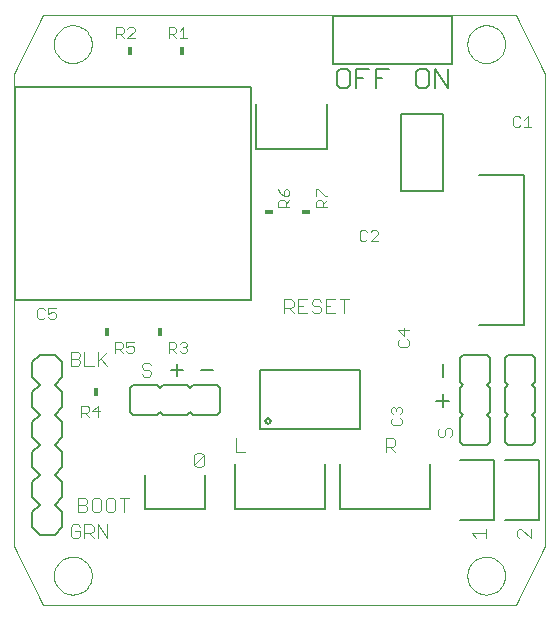
<source format=gto>
G75*
%MOIN*%
%OFA0B0*%
%FSLAX24Y24*%
%IPPOS*%
%LPD*%
%AMOC8*
5,1,8,0,0,1.08239X$1,22.5*
%
%ADD10C,0.0000*%
%ADD11C,0.0040*%
%ADD12C,0.0050*%
%ADD13C,0.0060*%
%ADD14C,0.0080*%
%ADD15C,0.0030*%
%ADD16R,0.0180X0.0300*%
%ADD17R,0.0300X0.0180*%
D10*
X001699Y000307D02*
X000714Y002276D01*
X000714Y018024D01*
X001699Y019993D01*
X017447Y019993D01*
X018431Y018024D01*
X018431Y002276D01*
X017447Y000307D01*
X001699Y000307D01*
X002053Y001292D02*
X002055Y001342D01*
X002061Y001392D01*
X002071Y001441D01*
X002085Y001489D01*
X002102Y001536D01*
X002123Y001581D01*
X002148Y001625D01*
X002176Y001666D01*
X002208Y001705D01*
X002242Y001742D01*
X002279Y001776D01*
X002319Y001806D01*
X002361Y001833D01*
X002405Y001857D01*
X002451Y001878D01*
X002498Y001894D01*
X002546Y001907D01*
X002596Y001916D01*
X002645Y001921D01*
X002696Y001922D01*
X002746Y001919D01*
X002795Y001912D01*
X002844Y001901D01*
X002892Y001886D01*
X002938Y001868D01*
X002983Y001846D01*
X003026Y001820D01*
X003067Y001791D01*
X003106Y001759D01*
X003142Y001724D01*
X003174Y001686D01*
X003204Y001646D01*
X003231Y001603D01*
X003254Y001559D01*
X003273Y001513D01*
X003289Y001465D01*
X003301Y001416D01*
X003309Y001367D01*
X003313Y001317D01*
X003313Y001267D01*
X003309Y001217D01*
X003301Y001168D01*
X003289Y001119D01*
X003273Y001071D01*
X003254Y001025D01*
X003231Y000981D01*
X003204Y000938D01*
X003174Y000898D01*
X003142Y000860D01*
X003106Y000825D01*
X003067Y000793D01*
X003026Y000764D01*
X002983Y000738D01*
X002938Y000716D01*
X002892Y000698D01*
X002844Y000683D01*
X002795Y000672D01*
X002746Y000665D01*
X002696Y000662D01*
X002645Y000663D01*
X002596Y000668D01*
X002546Y000677D01*
X002498Y000690D01*
X002451Y000706D01*
X002405Y000727D01*
X002361Y000751D01*
X002319Y000778D01*
X002279Y000808D01*
X002242Y000842D01*
X002208Y000879D01*
X002176Y000918D01*
X002148Y000959D01*
X002123Y001003D01*
X002102Y001048D01*
X002085Y001095D01*
X002071Y001143D01*
X002061Y001192D01*
X002055Y001242D01*
X002053Y001292D01*
X015832Y001292D02*
X015834Y001342D01*
X015840Y001392D01*
X015850Y001441D01*
X015864Y001489D01*
X015881Y001536D01*
X015902Y001581D01*
X015927Y001625D01*
X015955Y001666D01*
X015987Y001705D01*
X016021Y001742D01*
X016058Y001776D01*
X016098Y001806D01*
X016140Y001833D01*
X016184Y001857D01*
X016230Y001878D01*
X016277Y001894D01*
X016325Y001907D01*
X016375Y001916D01*
X016424Y001921D01*
X016475Y001922D01*
X016525Y001919D01*
X016574Y001912D01*
X016623Y001901D01*
X016671Y001886D01*
X016717Y001868D01*
X016762Y001846D01*
X016805Y001820D01*
X016846Y001791D01*
X016885Y001759D01*
X016921Y001724D01*
X016953Y001686D01*
X016983Y001646D01*
X017010Y001603D01*
X017033Y001559D01*
X017052Y001513D01*
X017068Y001465D01*
X017080Y001416D01*
X017088Y001367D01*
X017092Y001317D01*
X017092Y001267D01*
X017088Y001217D01*
X017080Y001168D01*
X017068Y001119D01*
X017052Y001071D01*
X017033Y001025D01*
X017010Y000981D01*
X016983Y000938D01*
X016953Y000898D01*
X016921Y000860D01*
X016885Y000825D01*
X016846Y000793D01*
X016805Y000764D01*
X016762Y000738D01*
X016717Y000716D01*
X016671Y000698D01*
X016623Y000683D01*
X016574Y000672D01*
X016525Y000665D01*
X016475Y000662D01*
X016424Y000663D01*
X016375Y000668D01*
X016325Y000677D01*
X016277Y000690D01*
X016230Y000706D01*
X016184Y000727D01*
X016140Y000751D01*
X016098Y000778D01*
X016058Y000808D01*
X016021Y000842D01*
X015987Y000879D01*
X015955Y000918D01*
X015927Y000959D01*
X015902Y001003D01*
X015881Y001048D01*
X015864Y001095D01*
X015850Y001143D01*
X015840Y001192D01*
X015834Y001242D01*
X015832Y001292D01*
X015832Y019008D02*
X015834Y019058D01*
X015840Y019108D01*
X015850Y019157D01*
X015864Y019205D01*
X015881Y019252D01*
X015902Y019297D01*
X015927Y019341D01*
X015955Y019382D01*
X015987Y019421D01*
X016021Y019458D01*
X016058Y019492D01*
X016098Y019522D01*
X016140Y019549D01*
X016184Y019573D01*
X016230Y019594D01*
X016277Y019610D01*
X016325Y019623D01*
X016375Y019632D01*
X016424Y019637D01*
X016475Y019638D01*
X016525Y019635D01*
X016574Y019628D01*
X016623Y019617D01*
X016671Y019602D01*
X016717Y019584D01*
X016762Y019562D01*
X016805Y019536D01*
X016846Y019507D01*
X016885Y019475D01*
X016921Y019440D01*
X016953Y019402D01*
X016983Y019362D01*
X017010Y019319D01*
X017033Y019275D01*
X017052Y019229D01*
X017068Y019181D01*
X017080Y019132D01*
X017088Y019083D01*
X017092Y019033D01*
X017092Y018983D01*
X017088Y018933D01*
X017080Y018884D01*
X017068Y018835D01*
X017052Y018787D01*
X017033Y018741D01*
X017010Y018697D01*
X016983Y018654D01*
X016953Y018614D01*
X016921Y018576D01*
X016885Y018541D01*
X016846Y018509D01*
X016805Y018480D01*
X016762Y018454D01*
X016717Y018432D01*
X016671Y018414D01*
X016623Y018399D01*
X016574Y018388D01*
X016525Y018381D01*
X016475Y018378D01*
X016424Y018379D01*
X016375Y018384D01*
X016325Y018393D01*
X016277Y018406D01*
X016230Y018422D01*
X016184Y018443D01*
X016140Y018467D01*
X016098Y018494D01*
X016058Y018524D01*
X016021Y018558D01*
X015987Y018595D01*
X015955Y018634D01*
X015927Y018675D01*
X015902Y018719D01*
X015881Y018764D01*
X015864Y018811D01*
X015850Y018859D01*
X015840Y018908D01*
X015834Y018958D01*
X015832Y019008D01*
X002053Y019008D02*
X002055Y019058D01*
X002061Y019108D01*
X002071Y019157D01*
X002085Y019205D01*
X002102Y019252D01*
X002123Y019297D01*
X002148Y019341D01*
X002176Y019382D01*
X002208Y019421D01*
X002242Y019458D01*
X002279Y019492D01*
X002319Y019522D01*
X002361Y019549D01*
X002405Y019573D01*
X002451Y019594D01*
X002498Y019610D01*
X002546Y019623D01*
X002596Y019632D01*
X002645Y019637D01*
X002696Y019638D01*
X002746Y019635D01*
X002795Y019628D01*
X002844Y019617D01*
X002892Y019602D01*
X002938Y019584D01*
X002983Y019562D01*
X003026Y019536D01*
X003067Y019507D01*
X003106Y019475D01*
X003142Y019440D01*
X003174Y019402D01*
X003204Y019362D01*
X003231Y019319D01*
X003254Y019275D01*
X003273Y019229D01*
X003289Y019181D01*
X003301Y019132D01*
X003309Y019083D01*
X003313Y019033D01*
X003313Y018983D01*
X003309Y018933D01*
X003301Y018884D01*
X003289Y018835D01*
X003273Y018787D01*
X003254Y018741D01*
X003231Y018697D01*
X003204Y018654D01*
X003174Y018614D01*
X003142Y018576D01*
X003106Y018541D01*
X003067Y018509D01*
X003026Y018480D01*
X002983Y018454D01*
X002938Y018432D01*
X002892Y018414D01*
X002844Y018399D01*
X002795Y018388D01*
X002746Y018381D01*
X002696Y018378D01*
X002645Y018379D01*
X002596Y018384D01*
X002546Y018393D01*
X002498Y018406D01*
X002451Y018422D01*
X002405Y018443D01*
X002361Y018467D01*
X002319Y018494D01*
X002279Y018524D01*
X002242Y018558D01*
X002208Y018595D01*
X002176Y018634D01*
X002148Y018675D01*
X002123Y018719D01*
X002102Y018764D01*
X002085Y018811D01*
X002071Y018859D01*
X002061Y018908D01*
X002055Y018958D01*
X002053Y019008D01*
D11*
X009733Y010505D02*
X009964Y010505D01*
X010040Y010429D01*
X010040Y010275D01*
X009964Y010198D01*
X009733Y010198D01*
X009733Y010045D02*
X009733Y010505D01*
X009887Y010198D02*
X010040Y010045D01*
X010194Y010045D02*
X010501Y010045D01*
X010654Y010122D02*
X010731Y010045D01*
X010884Y010045D01*
X010961Y010122D01*
X010961Y010198D01*
X010884Y010275D01*
X010731Y010275D01*
X010654Y010352D01*
X010654Y010429D01*
X010731Y010505D01*
X010884Y010505D01*
X010961Y010429D01*
X011115Y010505D02*
X011115Y010045D01*
X011422Y010045D01*
X011268Y010275D02*
X011115Y010275D01*
X011115Y010505D02*
X011422Y010505D01*
X011575Y010505D02*
X011882Y010505D01*
X011728Y010505D02*
X011728Y010045D01*
X010501Y010505D02*
X010194Y010505D01*
X010194Y010045D01*
X010194Y010275D02*
X010347Y010275D01*
X008108Y005880D02*
X008108Y005420D01*
X008415Y005420D01*
X007040Y005304D02*
X007040Y004997D01*
X006964Y004920D01*
X006810Y004920D01*
X006733Y004997D01*
X007040Y005304D01*
X006964Y005380D01*
X006810Y005380D01*
X006733Y005304D01*
X006733Y004997D01*
X004547Y003880D02*
X004240Y003880D01*
X004393Y003880D02*
X004393Y003420D01*
X004086Y003497D02*
X004086Y003804D01*
X004009Y003880D01*
X003856Y003880D01*
X003779Y003804D01*
X003779Y003497D01*
X003856Y003420D01*
X004009Y003420D01*
X004086Y003497D01*
X003626Y003497D02*
X003626Y003804D01*
X003549Y003880D01*
X003396Y003880D01*
X003319Y003804D01*
X003319Y003497D01*
X003396Y003420D01*
X003549Y003420D01*
X003626Y003497D01*
X003529Y003005D02*
X003836Y002545D01*
X003836Y003005D01*
X003529Y003005D02*
X003529Y002545D01*
X003376Y002545D02*
X003222Y002698D01*
X003299Y002698D02*
X003069Y002698D01*
X003069Y002545D02*
X003069Y003005D01*
X003299Y003005D01*
X003376Y002929D01*
X003376Y002775D01*
X003299Y002698D01*
X002915Y002622D02*
X002915Y002775D01*
X002762Y002775D01*
X002915Y002622D02*
X002839Y002545D01*
X002685Y002545D01*
X002608Y002622D01*
X002608Y002929D01*
X002685Y003005D01*
X002839Y003005D01*
X002915Y002929D01*
X002858Y003420D02*
X003089Y003420D01*
X003165Y003497D01*
X003165Y003573D01*
X003089Y003650D01*
X002858Y003650D01*
X002858Y003420D02*
X002858Y003880D01*
X003089Y003880D01*
X003165Y003804D01*
X003165Y003727D01*
X003089Y003650D01*
X005067Y007926D02*
X004990Y008003D01*
X005067Y007926D02*
X005221Y007926D01*
X005297Y008003D01*
X005297Y008079D01*
X005221Y008156D01*
X005067Y008156D01*
X004990Y008233D01*
X004990Y008310D01*
X005067Y008386D01*
X005221Y008386D01*
X005297Y008310D01*
X003836Y008295D02*
X003606Y008525D01*
X003529Y008448D02*
X003836Y008755D01*
X003529Y008755D02*
X003529Y008295D01*
X003376Y008295D02*
X003069Y008295D01*
X003069Y008755D01*
X002915Y008679D02*
X002915Y008602D01*
X002839Y008525D01*
X002608Y008525D01*
X002608Y008295D02*
X002839Y008295D01*
X002915Y008372D01*
X002915Y008448D01*
X002839Y008525D01*
X002915Y008679D02*
X002839Y008755D01*
X002608Y008755D01*
X002608Y008295D01*
X013108Y005880D02*
X013108Y005420D01*
X013108Y005573D02*
X013339Y005573D01*
X013415Y005650D01*
X013415Y005804D01*
X013339Y005880D01*
X013108Y005880D01*
X013262Y005573D02*
X013415Y005420D01*
X014858Y005997D02*
X014935Y005920D01*
X015012Y005920D01*
X015088Y005997D01*
X015088Y006150D01*
X015165Y006227D01*
X015242Y006227D01*
X015318Y006150D01*
X015318Y005997D01*
X015242Y005920D01*
X014858Y005997D02*
X014858Y006150D01*
X014935Y006227D01*
X015983Y002698D02*
X016443Y002698D01*
X016443Y002545D02*
X016443Y002852D01*
X016137Y002545D02*
X015983Y002698D01*
X017483Y002622D02*
X017560Y002545D01*
X017483Y002622D02*
X017483Y002775D01*
X017560Y002852D01*
X017637Y002852D01*
X017943Y002545D01*
X017943Y002852D01*
D12*
X018218Y003150D02*
X017088Y003150D01*
X016718Y003150D02*
X015588Y003150D01*
X014588Y003520D02*
X011588Y003520D01*
X011588Y005016D01*
X011088Y005016D02*
X011088Y003520D01*
X008088Y003520D01*
X008088Y005016D01*
X007088Y004650D02*
X007088Y003520D01*
X005088Y003520D01*
X005088Y004650D01*
X006159Y007948D02*
X006159Y008355D01*
X005956Y008152D02*
X006363Y008152D01*
X006956Y008152D02*
X007363Y008152D01*
X008782Y015520D02*
X008782Y017016D01*
X008782Y015520D02*
X011145Y015520D01*
X011145Y017016D01*
X011370Y018363D02*
X015307Y018363D01*
X015307Y019937D01*
X011370Y019937D01*
X011370Y018363D01*
X016222Y014650D02*
X017718Y014650D01*
X017718Y009650D01*
X016222Y009650D01*
X015008Y008332D02*
X015008Y007925D01*
X015008Y007332D02*
X015008Y006925D01*
X014805Y007129D02*
X015212Y007129D01*
X015588Y005150D02*
X016718Y005150D01*
X016718Y003150D01*
X018218Y003150D02*
X018218Y005150D01*
X017088Y005150D01*
X014588Y005016D02*
X014588Y003520D01*
D13*
X015688Y005650D02*
X016488Y005650D01*
X016588Y005750D01*
X016588Y006550D01*
X016488Y006650D01*
X016588Y006750D01*
X016588Y007550D01*
X016488Y007650D01*
X016588Y007750D01*
X016588Y008550D01*
X016488Y008650D01*
X015688Y008650D01*
X015588Y008550D01*
X015588Y007750D01*
X015688Y007650D01*
X015588Y007550D01*
X015588Y006750D01*
X015688Y006650D01*
X015588Y006550D01*
X015588Y005750D01*
X015688Y005650D01*
X017088Y005750D02*
X017188Y005650D01*
X017988Y005650D01*
X018088Y005750D01*
X018088Y006550D01*
X017988Y006650D01*
X018088Y006750D01*
X018088Y007550D01*
X017988Y007650D01*
X018088Y007750D01*
X018088Y008550D01*
X017988Y008650D01*
X017188Y008650D01*
X017088Y008550D01*
X017088Y007750D01*
X017188Y007650D01*
X017088Y007550D01*
X017088Y006750D01*
X017188Y006650D01*
X017088Y006550D01*
X017088Y005750D01*
X007588Y006750D02*
X007488Y006650D01*
X006688Y006650D01*
X006588Y006750D01*
X006488Y006650D01*
X005688Y006650D01*
X005588Y006750D01*
X005488Y006650D01*
X004688Y006650D01*
X004588Y006750D01*
X004588Y007550D01*
X004688Y007650D01*
X005488Y007650D01*
X005588Y007550D01*
X005688Y007650D01*
X006488Y007650D01*
X006588Y007550D01*
X006688Y007650D01*
X007488Y007650D01*
X007588Y007550D01*
X007588Y006750D01*
X011600Y017555D02*
X011814Y017555D01*
X011920Y017662D01*
X011920Y018089D01*
X011814Y018196D01*
X011600Y018196D01*
X011493Y018089D01*
X011493Y017662D01*
X011600Y017555D01*
X012138Y017555D02*
X012138Y018196D01*
X012565Y018196D01*
X012783Y018196D02*
X013210Y018196D01*
X012996Y017875D02*
X012783Y017875D01*
X012783Y017555D02*
X012783Y018196D01*
X012352Y017875D02*
X012138Y017875D01*
X014118Y017662D02*
X014225Y017555D01*
X014439Y017555D01*
X014545Y017662D01*
X014545Y018089D01*
X014439Y018196D01*
X014225Y018196D01*
X014118Y018089D01*
X014118Y017662D01*
X014763Y017555D02*
X014763Y018196D01*
X015190Y017555D01*
X015190Y018196D01*
D14*
X015038Y016690D02*
X013638Y016690D01*
X013638Y014110D01*
X015038Y014110D01*
X015038Y016690D01*
X008613Y017568D02*
X008613Y010482D01*
X000739Y010482D01*
X000739Y017568D01*
X008613Y017568D01*
X002088Y008650D02*
X001588Y008650D01*
X001338Y008400D01*
X001338Y007900D01*
X001588Y007650D01*
X001338Y007400D01*
X001338Y006900D01*
X001588Y006650D01*
X001338Y006400D01*
X001338Y005900D01*
X001588Y005650D01*
X001338Y005400D01*
X001338Y004900D01*
X001588Y004650D01*
X001338Y004400D01*
X001338Y003900D01*
X001588Y003650D01*
X001338Y003400D01*
X001338Y002900D01*
X001588Y002650D01*
X002088Y002650D01*
X002338Y002900D01*
X002338Y003400D01*
X002088Y003650D01*
X002338Y003900D01*
X002338Y004400D01*
X002088Y004650D01*
X002338Y004900D01*
X002338Y005400D01*
X002088Y005650D01*
X002338Y005900D01*
X002338Y006400D01*
X002088Y006650D01*
X002338Y006900D01*
X002338Y007400D01*
X002088Y007650D01*
X002338Y007900D01*
X002338Y008400D01*
X002088Y008650D01*
X008915Y008134D02*
X008915Y006166D01*
X012262Y006166D01*
X012262Y008134D01*
X008915Y008134D01*
X009100Y006450D02*
X009102Y006468D01*
X009108Y006486D01*
X009117Y006502D01*
X009129Y006515D01*
X009144Y006526D01*
X009161Y006534D01*
X009179Y006538D01*
X009197Y006538D01*
X009215Y006534D01*
X009232Y006526D01*
X009247Y006515D01*
X009259Y006502D01*
X009268Y006486D01*
X009274Y006468D01*
X009276Y006450D01*
X009274Y006432D01*
X009268Y006414D01*
X009259Y006398D01*
X009247Y006385D01*
X009232Y006374D01*
X009215Y006366D01*
X009197Y006362D01*
X009179Y006362D01*
X009161Y006366D01*
X009144Y006374D01*
X009129Y006385D01*
X009117Y006398D01*
X009108Y006414D01*
X009102Y006432D01*
X009100Y006450D01*
D15*
X006494Y008777D02*
X006432Y008715D01*
X006308Y008715D01*
X006247Y008777D01*
X006125Y008715D02*
X006002Y008838D01*
X006064Y008838D02*
X005878Y008838D01*
X005878Y008715D02*
X005878Y009085D01*
X006064Y009085D01*
X006125Y009024D01*
X006125Y008900D01*
X006064Y008838D01*
X006247Y009024D02*
X006308Y009085D01*
X006432Y009085D01*
X006494Y009024D01*
X006494Y008962D01*
X006432Y008900D01*
X006494Y008838D01*
X006494Y008777D01*
X006432Y008900D02*
X006370Y008900D01*
X004707Y008900D02*
X004707Y008777D01*
X004645Y008715D01*
X004522Y008715D01*
X004460Y008777D01*
X004460Y008900D02*
X004584Y008962D01*
X004645Y008962D01*
X004707Y008900D01*
X004707Y009085D02*
X004460Y009085D01*
X004460Y008900D01*
X004339Y008900D02*
X004277Y008838D01*
X004092Y008838D01*
X004092Y008715D02*
X004092Y009085D01*
X004277Y009085D01*
X004339Y009024D01*
X004339Y008900D01*
X004215Y008838D02*
X004339Y008715D01*
X003520Y006960D02*
X003335Y006775D01*
X003582Y006775D01*
X003520Y006590D02*
X003520Y006960D01*
X003214Y006899D02*
X003214Y006775D01*
X003152Y006713D01*
X002967Y006713D01*
X002967Y006590D02*
X002967Y006960D01*
X003152Y006960D01*
X003214Y006899D01*
X003090Y006713D02*
X003214Y006590D01*
X002045Y009840D02*
X001922Y009840D01*
X001860Y009902D01*
X001739Y009902D02*
X001677Y009840D01*
X001554Y009840D01*
X001492Y009902D01*
X001492Y010149D01*
X001554Y010210D01*
X001677Y010210D01*
X001739Y010149D01*
X001860Y010210D02*
X001860Y010025D01*
X001984Y010087D01*
X002045Y010087D01*
X002107Y010025D01*
X002107Y009902D01*
X002045Y009840D01*
X002107Y010210D02*
X001860Y010210D01*
X009528Y013565D02*
X009528Y013750D01*
X009590Y013812D01*
X009713Y013812D01*
X009775Y013750D01*
X009775Y013565D01*
X009898Y013565D02*
X009528Y013565D01*
X009775Y013688D02*
X009898Y013812D01*
X009837Y013933D02*
X009898Y013995D01*
X009898Y014118D01*
X009837Y014180D01*
X009775Y014180D01*
X009713Y014118D01*
X009713Y013933D01*
X009837Y013933D01*
X009713Y013933D02*
X009590Y014057D01*
X009528Y014180D01*
X010778Y014180D02*
X010778Y013933D01*
X010840Y013812D02*
X010778Y013750D01*
X010778Y013565D01*
X011148Y013565D01*
X011025Y013565D02*
X011025Y013750D01*
X010963Y013812D01*
X010840Y013812D01*
X011025Y013688D02*
X011148Y013812D01*
X011148Y013933D02*
X011087Y013933D01*
X010840Y014180D01*
X010778Y014180D01*
X012242Y012749D02*
X012242Y012502D01*
X012304Y012440D01*
X012427Y012440D01*
X012489Y012502D01*
X012610Y012440D02*
X012857Y012687D01*
X012857Y012749D01*
X012795Y012810D01*
X012672Y012810D01*
X012610Y012749D01*
X012489Y012749D02*
X012427Y012810D01*
X012304Y012810D01*
X012242Y012749D01*
X012610Y012440D02*
X012857Y012440D01*
X013713Y009544D02*
X013713Y009297D01*
X013528Y009482D01*
X013898Y009482D01*
X013837Y009175D02*
X013898Y009114D01*
X013898Y008990D01*
X013837Y008928D01*
X013590Y008928D01*
X013528Y008990D01*
X013528Y009114D01*
X013590Y009175D01*
X013587Y006919D02*
X013648Y006857D01*
X013648Y006733D01*
X013587Y006672D01*
X013587Y006550D02*
X013648Y006489D01*
X013648Y006365D01*
X013587Y006303D01*
X013340Y006303D01*
X013278Y006365D01*
X013278Y006489D01*
X013340Y006550D01*
X013340Y006672D02*
X013278Y006733D01*
X013278Y006857D01*
X013340Y006919D01*
X013402Y006919D01*
X013463Y006857D01*
X013525Y006919D01*
X013587Y006919D01*
X013463Y006857D02*
X013463Y006795D01*
X017415Y016240D02*
X017539Y016240D01*
X017600Y016302D01*
X017722Y016240D02*
X017969Y016240D01*
X017845Y016240D02*
X017845Y016610D01*
X017722Y016487D01*
X017600Y016549D02*
X017539Y016610D01*
X017415Y016610D01*
X017353Y016549D01*
X017353Y016302D01*
X017415Y016240D01*
X006494Y019215D02*
X006247Y019215D01*
X006125Y019215D02*
X006002Y019338D01*
X006064Y019338D02*
X005878Y019338D01*
X005878Y019215D02*
X005878Y019585D01*
X006064Y019585D01*
X006125Y019524D01*
X006125Y019400D01*
X006064Y019338D01*
X006247Y019462D02*
X006370Y019585D01*
X006370Y019215D01*
X004744Y019215D02*
X004497Y019215D01*
X004744Y019462D01*
X004744Y019524D01*
X004682Y019585D01*
X004558Y019585D01*
X004497Y019524D01*
X004375Y019524D02*
X004375Y019400D01*
X004314Y019338D01*
X004128Y019338D01*
X004128Y019215D02*
X004128Y019585D01*
X004314Y019585D01*
X004375Y019524D01*
X004252Y019338D02*
X004375Y019215D01*
D16*
X004588Y018775D03*
X006338Y018775D03*
X005588Y009400D03*
X003838Y009400D03*
X003463Y007400D03*
D17*
X009213Y013400D03*
X010463Y013400D03*
M02*

</source>
